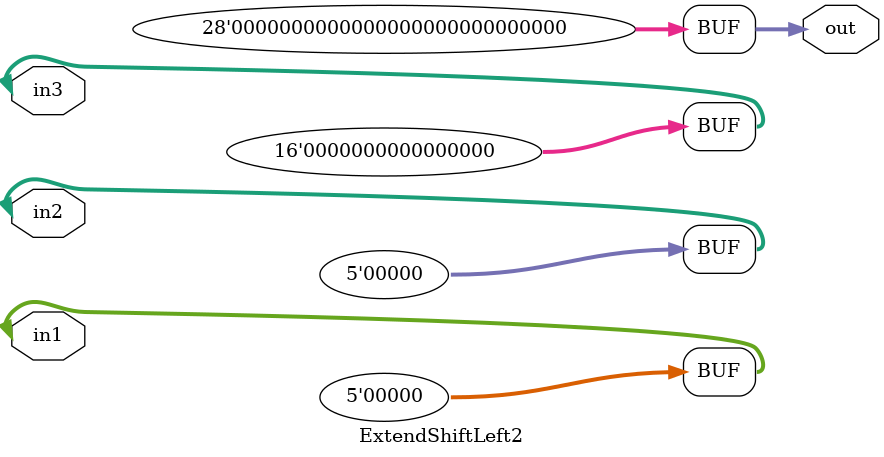
<source format=v>
module ExtendShiftLeft2(
    input wire [4:0] in1,
    input wire [4:0] in2,
    input wire [15:0] in3,
    output wire [27:0] out
);
    assign out = {{2'b00},in1,in2 ,in3};
    assign out = out << 2; 

endmodule
</source>
